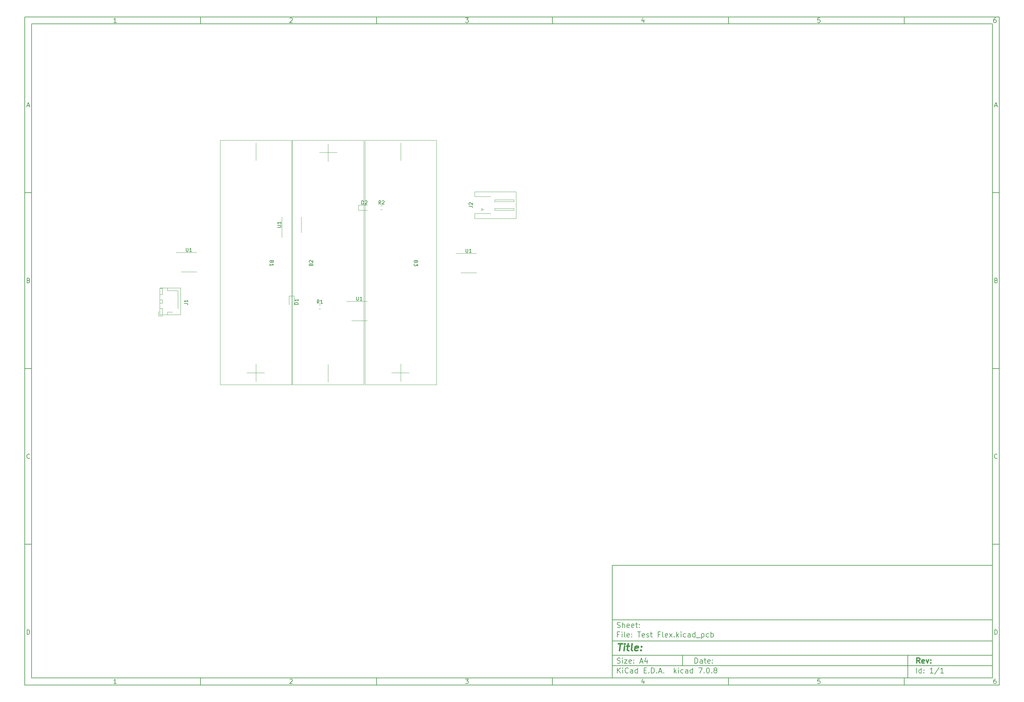
<source format=gbr>
%TF.GenerationSoftware,KiCad,Pcbnew,7.0.8*%
%TF.CreationDate,2023-11-08T15:44:53-05:00*%
%TF.ProjectId,Test Flex,54657374-2046-46c6-9578-2e6b69636164,rev?*%
%TF.SameCoordinates,Original*%
%TF.FileFunction,Legend,Top*%
%TF.FilePolarity,Positive*%
%FSLAX46Y46*%
G04 Gerber Fmt 4.6, Leading zero omitted, Abs format (unit mm)*
G04 Created by KiCad (PCBNEW 7.0.8) date 2023-11-08 15:44:53*
%MOMM*%
%LPD*%
G01*
G04 APERTURE LIST*
%ADD10C,0.100000*%
%ADD11C,0.150000*%
%ADD12C,0.300000*%
%ADD13C,0.400000*%
%ADD14C,0.120000*%
G04 APERTURE END LIST*
D10*
D11*
X177002200Y-166007200D02*
X285002200Y-166007200D01*
X285002200Y-198007200D01*
X177002200Y-198007200D01*
X177002200Y-166007200D01*
D10*
D11*
X10000000Y-10000000D02*
X287002200Y-10000000D01*
X287002200Y-200007200D01*
X10000000Y-200007200D01*
X10000000Y-10000000D01*
D10*
D11*
X12000000Y-12000000D02*
X285002200Y-12000000D01*
X285002200Y-198007200D01*
X12000000Y-198007200D01*
X12000000Y-12000000D01*
D10*
D11*
X60000000Y-12000000D02*
X60000000Y-10000000D01*
D10*
D11*
X110000000Y-12000000D02*
X110000000Y-10000000D01*
D10*
D11*
X160000000Y-12000000D02*
X160000000Y-10000000D01*
D10*
D11*
X210000000Y-12000000D02*
X210000000Y-10000000D01*
D10*
D11*
X260000000Y-12000000D02*
X260000000Y-10000000D01*
D10*
D11*
X36089160Y-11593604D02*
X35346303Y-11593604D01*
X35717731Y-11593604D02*
X35717731Y-10293604D01*
X35717731Y-10293604D02*
X35593922Y-10479319D01*
X35593922Y-10479319D02*
X35470112Y-10603128D01*
X35470112Y-10603128D02*
X35346303Y-10665033D01*
D10*
D11*
X85346303Y-10417414D02*
X85408207Y-10355509D01*
X85408207Y-10355509D02*
X85532017Y-10293604D01*
X85532017Y-10293604D02*
X85841541Y-10293604D01*
X85841541Y-10293604D02*
X85965350Y-10355509D01*
X85965350Y-10355509D02*
X86027255Y-10417414D01*
X86027255Y-10417414D02*
X86089160Y-10541223D01*
X86089160Y-10541223D02*
X86089160Y-10665033D01*
X86089160Y-10665033D02*
X86027255Y-10850747D01*
X86027255Y-10850747D02*
X85284398Y-11593604D01*
X85284398Y-11593604D02*
X86089160Y-11593604D01*
D10*
D11*
X135284398Y-10293604D02*
X136089160Y-10293604D01*
X136089160Y-10293604D02*
X135655826Y-10788842D01*
X135655826Y-10788842D02*
X135841541Y-10788842D01*
X135841541Y-10788842D02*
X135965350Y-10850747D01*
X135965350Y-10850747D02*
X136027255Y-10912652D01*
X136027255Y-10912652D02*
X136089160Y-11036461D01*
X136089160Y-11036461D02*
X136089160Y-11345985D01*
X136089160Y-11345985D02*
X136027255Y-11469795D01*
X136027255Y-11469795D02*
X135965350Y-11531700D01*
X135965350Y-11531700D02*
X135841541Y-11593604D01*
X135841541Y-11593604D02*
X135470112Y-11593604D01*
X135470112Y-11593604D02*
X135346303Y-11531700D01*
X135346303Y-11531700D02*
X135284398Y-11469795D01*
D10*
D11*
X185965350Y-10726938D02*
X185965350Y-11593604D01*
X185655826Y-10231700D02*
X185346303Y-11160271D01*
X185346303Y-11160271D02*
X186151064Y-11160271D01*
D10*
D11*
X236027255Y-10293604D02*
X235408207Y-10293604D01*
X235408207Y-10293604D02*
X235346303Y-10912652D01*
X235346303Y-10912652D02*
X235408207Y-10850747D01*
X235408207Y-10850747D02*
X235532017Y-10788842D01*
X235532017Y-10788842D02*
X235841541Y-10788842D01*
X235841541Y-10788842D02*
X235965350Y-10850747D01*
X235965350Y-10850747D02*
X236027255Y-10912652D01*
X236027255Y-10912652D02*
X236089160Y-11036461D01*
X236089160Y-11036461D02*
X236089160Y-11345985D01*
X236089160Y-11345985D02*
X236027255Y-11469795D01*
X236027255Y-11469795D02*
X235965350Y-11531700D01*
X235965350Y-11531700D02*
X235841541Y-11593604D01*
X235841541Y-11593604D02*
X235532017Y-11593604D01*
X235532017Y-11593604D02*
X235408207Y-11531700D01*
X235408207Y-11531700D02*
X235346303Y-11469795D01*
D10*
D11*
X285965350Y-10293604D02*
X285717731Y-10293604D01*
X285717731Y-10293604D02*
X285593922Y-10355509D01*
X285593922Y-10355509D02*
X285532017Y-10417414D01*
X285532017Y-10417414D02*
X285408207Y-10603128D01*
X285408207Y-10603128D02*
X285346303Y-10850747D01*
X285346303Y-10850747D02*
X285346303Y-11345985D01*
X285346303Y-11345985D02*
X285408207Y-11469795D01*
X285408207Y-11469795D02*
X285470112Y-11531700D01*
X285470112Y-11531700D02*
X285593922Y-11593604D01*
X285593922Y-11593604D02*
X285841541Y-11593604D01*
X285841541Y-11593604D02*
X285965350Y-11531700D01*
X285965350Y-11531700D02*
X286027255Y-11469795D01*
X286027255Y-11469795D02*
X286089160Y-11345985D01*
X286089160Y-11345985D02*
X286089160Y-11036461D01*
X286089160Y-11036461D02*
X286027255Y-10912652D01*
X286027255Y-10912652D02*
X285965350Y-10850747D01*
X285965350Y-10850747D02*
X285841541Y-10788842D01*
X285841541Y-10788842D02*
X285593922Y-10788842D01*
X285593922Y-10788842D02*
X285470112Y-10850747D01*
X285470112Y-10850747D02*
X285408207Y-10912652D01*
X285408207Y-10912652D02*
X285346303Y-11036461D01*
D10*
D11*
X60000000Y-198007200D02*
X60000000Y-200007200D01*
D10*
D11*
X110000000Y-198007200D02*
X110000000Y-200007200D01*
D10*
D11*
X160000000Y-198007200D02*
X160000000Y-200007200D01*
D10*
D11*
X210000000Y-198007200D02*
X210000000Y-200007200D01*
D10*
D11*
X260000000Y-198007200D02*
X260000000Y-200007200D01*
D10*
D11*
X36089160Y-199600804D02*
X35346303Y-199600804D01*
X35717731Y-199600804D02*
X35717731Y-198300804D01*
X35717731Y-198300804D02*
X35593922Y-198486519D01*
X35593922Y-198486519D02*
X35470112Y-198610328D01*
X35470112Y-198610328D02*
X35346303Y-198672233D01*
D10*
D11*
X85346303Y-198424614D02*
X85408207Y-198362709D01*
X85408207Y-198362709D02*
X85532017Y-198300804D01*
X85532017Y-198300804D02*
X85841541Y-198300804D01*
X85841541Y-198300804D02*
X85965350Y-198362709D01*
X85965350Y-198362709D02*
X86027255Y-198424614D01*
X86027255Y-198424614D02*
X86089160Y-198548423D01*
X86089160Y-198548423D02*
X86089160Y-198672233D01*
X86089160Y-198672233D02*
X86027255Y-198857947D01*
X86027255Y-198857947D02*
X85284398Y-199600804D01*
X85284398Y-199600804D02*
X86089160Y-199600804D01*
D10*
D11*
X135284398Y-198300804D02*
X136089160Y-198300804D01*
X136089160Y-198300804D02*
X135655826Y-198796042D01*
X135655826Y-198796042D02*
X135841541Y-198796042D01*
X135841541Y-198796042D02*
X135965350Y-198857947D01*
X135965350Y-198857947D02*
X136027255Y-198919852D01*
X136027255Y-198919852D02*
X136089160Y-199043661D01*
X136089160Y-199043661D02*
X136089160Y-199353185D01*
X136089160Y-199353185D02*
X136027255Y-199476995D01*
X136027255Y-199476995D02*
X135965350Y-199538900D01*
X135965350Y-199538900D02*
X135841541Y-199600804D01*
X135841541Y-199600804D02*
X135470112Y-199600804D01*
X135470112Y-199600804D02*
X135346303Y-199538900D01*
X135346303Y-199538900D02*
X135284398Y-199476995D01*
D10*
D11*
X185965350Y-198734138D02*
X185965350Y-199600804D01*
X185655826Y-198238900D02*
X185346303Y-199167471D01*
X185346303Y-199167471D02*
X186151064Y-199167471D01*
D10*
D11*
X236027255Y-198300804D02*
X235408207Y-198300804D01*
X235408207Y-198300804D02*
X235346303Y-198919852D01*
X235346303Y-198919852D02*
X235408207Y-198857947D01*
X235408207Y-198857947D02*
X235532017Y-198796042D01*
X235532017Y-198796042D02*
X235841541Y-198796042D01*
X235841541Y-198796042D02*
X235965350Y-198857947D01*
X235965350Y-198857947D02*
X236027255Y-198919852D01*
X236027255Y-198919852D02*
X236089160Y-199043661D01*
X236089160Y-199043661D02*
X236089160Y-199353185D01*
X236089160Y-199353185D02*
X236027255Y-199476995D01*
X236027255Y-199476995D02*
X235965350Y-199538900D01*
X235965350Y-199538900D02*
X235841541Y-199600804D01*
X235841541Y-199600804D02*
X235532017Y-199600804D01*
X235532017Y-199600804D02*
X235408207Y-199538900D01*
X235408207Y-199538900D02*
X235346303Y-199476995D01*
D10*
D11*
X285965350Y-198300804D02*
X285717731Y-198300804D01*
X285717731Y-198300804D02*
X285593922Y-198362709D01*
X285593922Y-198362709D02*
X285532017Y-198424614D01*
X285532017Y-198424614D02*
X285408207Y-198610328D01*
X285408207Y-198610328D02*
X285346303Y-198857947D01*
X285346303Y-198857947D02*
X285346303Y-199353185D01*
X285346303Y-199353185D02*
X285408207Y-199476995D01*
X285408207Y-199476995D02*
X285470112Y-199538900D01*
X285470112Y-199538900D02*
X285593922Y-199600804D01*
X285593922Y-199600804D02*
X285841541Y-199600804D01*
X285841541Y-199600804D02*
X285965350Y-199538900D01*
X285965350Y-199538900D02*
X286027255Y-199476995D01*
X286027255Y-199476995D02*
X286089160Y-199353185D01*
X286089160Y-199353185D02*
X286089160Y-199043661D01*
X286089160Y-199043661D02*
X286027255Y-198919852D01*
X286027255Y-198919852D02*
X285965350Y-198857947D01*
X285965350Y-198857947D02*
X285841541Y-198796042D01*
X285841541Y-198796042D02*
X285593922Y-198796042D01*
X285593922Y-198796042D02*
X285470112Y-198857947D01*
X285470112Y-198857947D02*
X285408207Y-198919852D01*
X285408207Y-198919852D02*
X285346303Y-199043661D01*
D10*
D11*
X10000000Y-60000000D02*
X12000000Y-60000000D01*
D10*
D11*
X10000000Y-110000000D02*
X12000000Y-110000000D01*
D10*
D11*
X10000000Y-160000000D02*
X12000000Y-160000000D01*
D10*
D11*
X10690476Y-35222176D02*
X11309523Y-35222176D01*
X10566666Y-35593604D02*
X10999999Y-34293604D01*
X10999999Y-34293604D02*
X11433333Y-35593604D01*
D10*
D11*
X11092857Y-84912652D02*
X11278571Y-84974557D01*
X11278571Y-84974557D02*
X11340476Y-85036461D01*
X11340476Y-85036461D02*
X11402380Y-85160271D01*
X11402380Y-85160271D02*
X11402380Y-85345985D01*
X11402380Y-85345985D02*
X11340476Y-85469795D01*
X11340476Y-85469795D02*
X11278571Y-85531700D01*
X11278571Y-85531700D02*
X11154761Y-85593604D01*
X11154761Y-85593604D02*
X10659523Y-85593604D01*
X10659523Y-85593604D02*
X10659523Y-84293604D01*
X10659523Y-84293604D02*
X11092857Y-84293604D01*
X11092857Y-84293604D02*
X11216666Y-84355509D01*
X11216666Y-84355509D02*
X11278571Y-84417414D01*
X11278571Y-84417414D02*
X11340476Y-84541223D01*
X11340476Y-84541223D02*
X11340476Y-84665033D01*
X11340476Y-84665033D02*
X11278571Y-84788842D01*
X11278571Y-84788842D02*
X11216666Y-84850747D01*
X11216666Y-84850747D02*
X11092857Y-84912652D01*
X11092857Y-84912652D02*
X10659523Y-84912652D01*
D10*
D11*
X11402380Y-135469795D02*
X11340476Y-135531700D01*
X11340476Y-135531700D02*
X11154761Y-135593604D01*
X11154761Y-135593604D02*
X11030952Y-135593604D01*
X11030952Y-135593604D02*
X10845238Y-135531700D01*
X10845238Y-135531700D02*
X10721428Y-135407890D01*
X10721428Y-135407890D02*
X10659523Y-135284080D01*
X10659523Y-135284080D02*
X10597619Y-135036461D01*
X10597619Y-135036461D02*
X10597619Y-134850747D01*
X10597619Y-134850747D02*
X10659523Y-134603128D01*
X10659523Y-134603128D02*
X10721428Y-134479319D01*
X10721428Y-134479319D02*
X10845238Y-134355509D01*
X10845238Y-134355509D02*
X11030952Y-134293604D01*
X11030952Y-134293604D02*
X11154761Y-134293604D01*
X11154761Y-134293604D02*
X11340476Y-134355509D01*
X11340476Y-134355509D02*
X11402380Y-134417414D01*
D10*
D11*
X10659523Y-185593604D02*
X10659523Y-184293604D01*
X10659523Y-184293604D02*
X10969047Y-184293604D01*
X10969047Y-184293604D02*
X11154761Y-184355509D01*
X11154761Y-184355509D02*
X11278571Y-184479319D01*
X11278571Y-184479319D02*
X11340476Y-184603128D01*
X11340476Y-184603128D02*
X11402380Y-184850747D01*
X11402380Y-184850747D02*
X11402380Y-185036461D01*
X11402380Y-185036461D02*
X11340476Y-185284080D01*
X11340476Y-185284080D02*
X11278571Y-185407890D01*
X11278571Y-185407890D02*
X11154761Y-185531700D01*
X11154761Y-185531700D02*
X10969047Y-185593604D01*
X10969047Y-185593604D02*
X10659523Y-185593604D01*
D10*
D11*
X287002200Y-60000000D02*
X285002200Y-60000000D01*
D10*
D11*
X287002200Y-110000000D02*
X285002200Y-110000000D01*
D10*
D11*
X287002200Y-160000000D02*
X285002200Y-160000000D01*
D10*
D11*
X285692676Y-35222176D02*
X286311723Y-35222176D01*
X285568866Y-35593604D02*
X286002199Y-34293604D01*
X286002199Y-34293604D02*
X286435533Y-35593604D01*
D10*
D11*
X286095057Y-84912652D02*
X286280771Y-84974557D01*
X286280771Y-84974557D02*
X286342676Y-85036461D01*
X286342676Y-85036461D02*
X286404580Y-85160271D01*
X286404580Y-85160271D02*
X286404580Y-85345985D01*
X286404580Y-85345985D02*
X286342676Y-85469795D01*
X286342676Y-85469795D02*
X286280771Y-85531700D01*
X286280771Y-85531700D02*
X286156961Y-85593604D01*
X286156961Y-85593604D02*
X285661723Y-85593604D01*
X285661723Y-85593604D02*
X285661723Y-84293604D01*
X285661723Y-84293604D02*
X286095057Y-84293604D01*
X286095057Y-84293604D02*
X286218866Y-84355509D01*
X286218866Y-84355509D02*
X286280771Y-84417414D01*
X286280771Y-84417414D02*
X286342676Y-84541223D01*
X286342676Y-84541223D02*
X286342676Y-84665033D01*
X286342676Y-84665033D02*
X286280771Y-84788842D01*
X286280771Y-84788842D02*
X286218866Y-84850747D01*
X286218866Y-84850747D02*
X286095057Y-84912652D01*
X286095057Y-84912652D02*
X285661723Y-84912652D01*
D10*
D11*
X286404580Y-135469795D02*
X286342676Y-135531700D01*
X286342676Y-135531700D02*
X286156961Y-135593604D01*
X286156961Y-135593604D02*
X286033152Y-135593604D01*
X286033152Y-135593604D02*
X285847438Y-135531700D01*
X285847438Y-135531700D02*
X285723628Y-135407890D01*
X285723628Y-135407890D02*
X285661723Y-135284080D01*
X285661723Y-135284080D02*
X285599819Y-135036461D01*
X285599819Y-135036461D02*
X285599819Y-134850747D01*
X285599819Y-134850747D02*
X285661723Y-134603128D01*
X285661723Y-134603128D02*
X285723628Y-134479319D01*
X285723628Y-134479319D02*
X285847438Y-134355509D01*
X285847438Y-134355509D02*
X286033152Y-134293604D01*
X286033152Y-134293604D02*
X286156961Y-134293604D01*
X286156961Y-134293604D02*
X286342676Y-134355509D01*
X286342676Y-134355509D02*
X286404580Y-134417414D01*
D10*
D11*
X285661723Y-185593604D02*
X285661723Y-184293604D01*
X285661723Y-184293604D02*
X285971247Y-184293604D01*
X285971247Y-184293604D02*
X286156961Y-184355509D01*
X286156961Y-184355509D02*
X286280771Y-184479319D01*
X286280771Y-184479319D02*
X286342676Y-184603128D01*
X286342676Y-184603128D02*
X286404580Y-184850747D01*
X286404580Y-184850747D02*
X286404580Y-185036461D01*
X286404580Y-185036461D02*
X286342676Y-185284080D01*
X286342676Y-185284080D02*
X286280771Y-185407890D01*
X286280771Y-185407890D02*
X286156961Y-185531700D01*
X286156961Y-185531700D02*
X285971247Y-185593604D01*
X285971247Y-185593604D02*
X285661723Y-185593604D01*
D10*
D11*
X200458026Y-193793328D02*
X200458026Y-192293328D01*
X200458026Y-192293328D02*
X200815169Y-192293328D01*
X200815169Y-192293328D02*
X201029455Y-192364757D01*
X201029455Y-192364757D02*
X201172312Y-192507614D01*
X201172312Y-192507614D02*
X201243741Y-192650471D01*
X201243741Y-192650471D02*
X201315169Y-192936185D01*
X201315169Y-192936185D02*
X201315169Y-193150471D01*
X201315169Y-193150471D02*
X201243741Y-193436185D01*
X201243741Y-193436185D02*
X201172312Y-193579042D01*
X201172312Y-193579042D02*
X201029455Y-193721900D01*
X201029455Y-193721900D02*
X200815169Y-193793328D01*
X200815169Y-193793328D02*
X200458026Y-193793328D01*
X202600884Y-193793328D02*
X202600884Y-193007614D01*
X202600884Y-193007614D02*
X202529455Y-192864757D01*
X202529455Y-192864757D02*
X202386598Y-192793328D01*
X202386598Y-192793328D02*
X202100884Y-192793328D01*
X202100884Y-192793328D02*
X201958026Y-192864757D01*
X202600884Y-193721900D02*
X202458026Y-193793328D01*
X202458026Y-193793328D02*
X202100884Y-193793328D01*
X202100884Y-193793328D02*
X201958026Y-193721900D01*
X201958026Y-193721900D02*
X201886598Y-193579042D01*
X201886598Y-193579042D02*
X201886598Y-193436185D01*
X201886598Y-193436185D02*
X201958026Y-193293328D01*
X201958026Y-193293328D02*
X202100884Y-193221900D01*
X202100884Y-193221900D02*
X202458026Y-193221900D01*
X202458026Y-193221900D02*
X202600884Y-193150471D01*
X203100884Y-192793328D02*
X203672312Y-192793328D01*
X203315169Y-192293328D02*
X203315169Y-193579042D01*
X203315169Y-193579042D02*
X203386598Y-193721900D01*
X203386598Y-193721900D02*
X203529455Y-193793328D01*
X203529455Y-193793328D02*
X203672312Y-193793328D01*
X204743741Y-193721900D02*
X204600884Y-193793328D01*
X204600884Y-193793328D02*
X204315170Y-193793328D01*
X204315170Y-193793328D02*
X204172312Y-193721900D01*
X204172312Y-193721900D02*
X204100884Y-193579042D01*
X204100884Y-193579042D02*
X204100884Y-193007614D01*
X204100884Y-193007614D02*
X204172312Y-192864757D01*
X204172312Y-192864757D02*
X204315170Y-192793328D01*
X204315170Y-192793328D02*
X204600884Y-192793328D01*
X204600884Y-192793328D02*
X204743741Y-192864757D01*
X204743741Y-192864757D02*
X204815170Y-193007614D01*
X204815170Y-193007614D02*
X204815170Y-193150471D01*
X204815170Y-193150471D02*
X204100884Y-193293328D01*
X205458026Y-193650471D02*
X205529455Y-193721900D01*
X205529455Y-193721900D02*
X205458026Y-193793328D01*
X205458026Y-193793328D02*
X205386598Y-193721900D01*
X205386598Y-193721900D02*
X205458026Y-193650471D01*
X205458026Y-193650471D02*
X205458026Y-193793328D01*
X205458026Y-192864757D02*
X205529455Y-192936185D01*
X205529455Y-192936185D02*
X205458026Y-193007614D01*
X205458026Y-193007614D02*
X205386598Y-192936185D01*
X205386598Y-192936185D02*
X205458026Y-192864757D01*
X205458026Y-192864757D02*
X205458026Y-193007614D01*
D10*
D11*
X177002200Y-194507200D02*
X285002200Y-194507200D01*
D10*
D11*
X178458026Y-196593328D02*
X178458026Y-195093328D01*
X179315169Y-196593328D02*
X178672312Y-195736185D01*
X179315169Y-195093328D02*
X178458026Y-195950471D01*
X179958026Y-196593328D02*
X179958026Y-195593328D01*
X179958026Y-195093328D02*
X179886598Y-195164757D01*
X179886598Y-195164757D02*
X179958026Y-195236185D01*
X179958026Y-195236185D02*
X180029455Y-195164757D01*
X180029455Y-195164757D02*
X179958026Y-195093328D01*
X179958026Y-195093328D02*
X179958026Y-195236185D01*
X181529455Y-196450471D02*
X181458027Y-196521900D01*
X181458027Y-196521900D02*
X181243741Y-196593328D01*
X181243741Y-196593328D02*
X181100884Y-196593328D01*
X181100884Y-196593328D02*
X180886598Y-196521900D01*
X180886598Y-196521900D02*
X180743741Y-196379042D01*
X180743741Y-196379042D02*
X180672312Y-196236185D01*
X180672312Y-196236185D02*
X180600884Y-195950471D01*
X180600884Y-195950471D02*
X180600884Y-195736185D01*
X180600884Y-195736185D02*
X180672312Y-195450471D01*
X180672312Y-195450471D02*
X180743741Y-195307614D01*
X180743741Y-195307614D02*
X180886598Y-195164757D01*
X180886598Y-195164757D02*
X181100884Y-195093328D01*
X181100884Y-195093328D02*
X181243741Y-195093328D01*
X181243741Y-195093328D02*
X181458027Y-195164757D01*
X181458027Y-195164757D02*
X181529455Y-195236185D01*
X182815170Y-196593328D02*
X182815170Y-195807614D01*
X182815170Y-195807614D02*
X182743741Y-195664757D01*
X182743741Y-195664757D02*
X182600884Y-195593328D01*
X182600884Y-195593328D02*
X182315170Y-195593328D01*
X182315170Y-195593328D02*
X182172312Y-195664757D01*
X182815170Y-196521900D02*
X182672312Y-196593328D01*
X182672312Y-196593328D02*
X182315170Y-196593328D01*
X182315170Y-196593328D02*
X182172312Y-196521900D01*
X182172312Y-196521900D02*
X182100884Y-196379042D01*
X182100884Y-196379042D02*
X182100884Y-196236185D01*
X182100884Y-196236185D02*
X182172312Y-196093328D01*
X182172312Y-196093328D02*
X182315170Y-196021900D01*
X182315170Y-196021900D02*
X182672312Y-196021900D01*
X182672312Y-196021900D02*
X182815170Y-195950471D01*
X184172313Y-196593328D02*
X184172313Y-195093328D01*
X184172313Y-196521900D02*
X184029455Y-196593328D01*
X184029455Y-196593328D02*
X183743741Y-196593328D01*
X183743741Y-196593328D02*
X183600884Y-196521900D01*
X183600884Y-196521900D02*
X183529455Y-196450471D01*
X183529455Y-196450471D02*
X183458027Y-196307614D01*
X183458027Y-196307614D02*
X183458027Y-195879042D01*
X183458027Y-195879042D02*
X183529455Y-195736185D01*
X183529455Y-195736185D02*
X183600884Y-195664757D01*
X183600884Y-195664757D02*
X183743741Y-195593328D01*
X183743741Y-195593328D02*
X184029455Y-195593328D01*
X184029455Y-195593328D02*
X184172313Y-195664757D01*
X186029455Y-195807614D02*
X186529455Y-195807614D01*
X186743741Y-196593328D02*
X186029455Y-196593328D01*
X186029455Y-196593328D02*
X186029455Y-195093328D01*
X186029455Y-195093328D02*
X186743741Y-195093328D01*
X187386598Y-196450471D02*
X187458027Y-196521900D01*
X187458027Y-196521900D02*
X187386598Y-196593328D01*
X187386598Y-196593328D02*
X187315170Y-196521900D01*
X187315170Y-196521900D02*
X187386598Y-196450471D01*
X187386598Y-196450471D02*
X187386598Y-196593328D01*
X188100884Y-196593328D02*
X188100884Y-195093328D01*
X188100884Y-195093328D02*
X188458027Y-195093328D01*
X188458027Y-195093328D02*
X188672313Y-195164757D01*
X188672313Y-195164757D02*
X188815170Y-195307614D01*
X188815170Y-195307614D02*
X188886599Y-195450471D01*
X188886599Y-195450471D02*
X188958027Y-195736185D01*
X188958027Y-195736185D02*
X188958027Y-195950471D01*
X188958027Y-195950471D02*
X188886599Y-196236185D01*
X188886599Y-196236185D02*
X188815170Y-196379042D01*
X188815170Y-196379042D02*
X188672313Y-196521900D01*
X188672313Y-196521900D02*
X188458027Y-196593328D01*
X188458027Y-196593328D02*
X188100884Y-196593328D01*
X189600884Y-196450471D02*
X189672313Y-196521900D01*
X189672313Y-196521900D02*
X189600884Y-196593328D01*
X189600884Y-196593328D02*
X189529456Y-196521900D01*
X189529456Y-196521900D02*
X189600884Y-196450471D01*
X189600884Y-196450471D02*
X189600884Y-196593328D01*
X190243742Y-196164757D02*
X190958028Y-196164757D01*
X190100885Y-196593328D02*
X190600885Y-195093328D01*
X190600885Y-195093328D02*
X191100885Y-196593328D01*
X191600884Y-196450471D02*
X191672313Y-196521900D01*
X191672313Y-196521900D02*
X191600884Y-196593328D01*
X191600884Y-196593328D02*
X191529456Y-196521900D01*
X191529456Y-196521900D02*
X191600884Y-196450471D01*
X191600884Y-196450471D02*
X191600884Y-196593328D01*
X194600884Y-196593328D02*
X194600884Y-195093328D01*
X194743742Y-196021900D02*
X195172313Y-196593328D01*
X195172313Y-195593328D02*
X194600884Y-196164757D01*
X195815170Y-196593328D02*
X195815170Y-195593328D01*
X195815170Y-195093328D02*
X195743742Y-195164757D01*
X195743742Y-195164757D02*
X195815170Y-195236185D01*
X195815170Y-195236185D02*
X195886599Y-195164757D01*
X195886599Y-195164757D02*
X195815170Y-195093328D01*
X195815170Y-195093328D02*
X195815170Y-195236185D01*
X197172314Y-196521900D02*
X197029456Y-196593328D01*
X197029456Y-196593328D02*
X196743742Y-196593328D01*
X196743742Y-196593328D02*
X196600885Y-196521900D01*
X196600885Y-196521900D02*
X196529456Y-196450471D01*
X196529456Y-196450471D02*
X196458028Y-196307614D01*
X196458028Y-196307614D02*
X196458028Y-195879042D01*
X196458028Y-195879042D02*
X196529456Y-195736185D01*
X196529456Y-195736185D02*
X196600885Y-195664757D01*
X196600885Y-195664757D02*
X196743742Y-195593328D01*
X196743742Y-195593328D02*
X197029456Y-195593328D01*
X197029456Y-195593328D02*
X197172314Y-195664757D01*
X198458028Y-196593328D02*
X198458028Y-195807614D01*
X198458028Y-195807614D02*
X198386599Y-195664757D01*
X198386599Y-195664757D02*
X198243742Y-195593328D01*
X198243742Y-195593328D02*
X197958028Y-195593328D01*
X197958028Y-195593328D02*
X197815170Y-195664757D01*
X198458028Y-196521900D02*
X198315170Y-196593328D01*
X198315170Y-196593328D02*
X197958028Y-196593328D01*
X197958028Y-196593328D02*
X197815170Y-196521900D01*
X197815170Y-196521900D02*
X197743742Y-196379042D01*
X197743742Y-196379042D02*
X197743742Y-196236185D01*
X197743742Y-196236185D02*
X197815170Y-196093328D01*
X197815170Y-196093328D02*
X197958028Y-196021900D01*
X197958028Y-196021900D02*
X198315170Y-196021900D01*
X198315170Y-196021900D02*
X198458028Y-195950471D01*
X199815171Y-196593328D02*
X199815171Y-195093328D01*
X199815171Y-196521900D02*
X199672313Y-196593328D01*
X199672313Y-196593328D02*
X199386599Y-196593328D01*
X199386599Y-196593328D02*
X199243742Y-196521900D01*
X199243742Y-196521900D02*
X199172313Y-196450471D01*
X199172313Y-196450471D02*
X199100885Y-196307614D01*
X199100885Y-196307614D02*
X199100885Y-195879042D01*
X199100885Y-195879042D02*
X199172313Y-195736185D01*
X199172313Y-195736185D02*
X199243742Y-195664757D01*
X199243742Y-195664757D02*
X199386599Y-195593328D01*
X199386599Y-195593328D02*
X199672313Y-195593328D01*
X199672313Y-195593328D02*
X199815171Y-195664757D01*
X201529456Y-195093328D02*
X202529456Y-195093328D01*
X202529456Y-195093328D02*
X201886599Y-196593328D01*
X203100884Y-196450471D02*
X203172313Y-196521900D01*
X203172313Y-196521900D02*
X203100884Y-196593328D01*
X203100884Y-196593328D02*
X203029456Y-196521900D01*
X203029456Y-196521900D02*
X203100884Y-196450471D01*
X203100884Y-196450471D02*
X203100884Y-196593328D01*
X204100885Y-195093328D02*
X204243742Y-195093328D01*
X204243742Y-195093328D02*
X204386599Y-195164757D01*
X204386599Y-195164757D02*
X204458028Y-195236185D01*
X204458028Y-195236185D02*
X204529456Y-195379042D01*
X204529456Y-195379042D02*
X204600885Y-195664757D01*
X204600885Y-195664757D02*
X204600885Y-196021900D01*
X204600885Y-196021900D02*
X204529456Y-196307614D01*
X204529456Y-196307614D02*
X204458028Y-196450471D01*
X204458028Y-196450471D02*
X204386599Y-196521900D01*
X204386599Y-196521900D02*
X204243742Y-196593328D01*
X204243742Y-196593328D02*
X204100885Y-196593328D01*
X204100885Y-196593328D02*
X203958028Y-196521900D01*
X203958028Y-196521900D02*
X203886599Y-196450471D01*
X203886599Y-196450471D02*
X203815170Y-196307614D01*
X203815170Y-196307614D02*
X203743742Y-196021900D01*
X203743742Y-196021900D02*
X203743742Y-195664757D01*
X203743742Y-195664757D02*
X203815170Y-195379042D01*
X203815170Y-195379042D02*
X203886599Y-195236185D01*
X203886599Y-195236185D02*
X203958028Y-195164757D01*
X203958028Y-195164757D02*
X204100885Y-195093328D01*
X205243741Y-196450471D02*
X205315170Y-196521900D01*
X205315170Y-196521900D02*
X205243741Y-196593328D01*
X205243741Y-196593328D02*
X205172313Y-196521900D01*
X205172313Y-196521900D02*
X205243741Y-196450471D01*
X205243741Y-196450471D02*
X205243741Y-196593328D01*
X206172313Y-195736185D02*
X206029456Y-195664757D01*
X206029456Y-195664757D02*
X205958027Y-195593328D01*
X205958027Y-195593328D02*
X205886599Y-195450471D01*
X205886599Y-195450471D02*
X205886599Y-195379042D01*
X205886599Y-195379042D02*
X205958027Y-195236185D01*
X205958027Y-195236185D02*
X206029456Y-195164757D01*
X206029456Y-195164757D02*
X206172313Y-195093328D01*
X206172313Y-195093328D02*
X206458027Y-195093328D01*
X206458027Y-195093328D02*
X206600885Y-195164757D01*
X206600885Y-195164757D02*
X206672313Y-195236185D01*
X206672313Y-195236185D02*
X206743742Y-195379042D01*
X206743742Y-195379042D02*
X206743742Y-195450471D01*
X206743742Y-195450471D02*
X206672313Y-195593328D01*
X206672313Y-195593328D02*
X206600885Y-195664757D01*
X206600885Y-195664757D02*
X206458027Y-195736185D01*
X206458027Y-195736185D02*
X206172313Y-195736185D01*
X206172313Y-195736185D02*
X206029456Y-195807614D01*
X206029456Y-195807614D02*
X205958027Y-195879042D01*
X205958027Y-195879042D02*
X205886599Y-196021900D01*
X205886599Y-196021900D02*
X205886599Y-196307614D01*
X205886599Y-196307614D02*
X205958027Y-196450471D01*
X205958027Y-196450471D02*
X206029456Y-196521900D01*
X206029456Y-196521900D02*
X206172313Y-196593328D01*
X206172313Y-196593328D02*
X206458027Y-196593328D01*
X206458027Y-196593328D02*
X206600885Y-196521900D01*
X206600885Y-196521900D02*
X206672313Y-196450471D01*
X206672313Y-196450471D02*
X206743742Y-196307614D01*
X206743742Y-196307614D02*
X206743742Y-196021900D01*
X206743742Y-196021900D02*
X206672313Y-195879042D01*
X206672313Y-195879042D02*
X206600885Y-195807614D01*
X206600885Y-195807614D02*
X206458027Y-195736185D01*
D10*
D11*
X177002200Y-191507200D02*
X285002200Y-191507200D01*
D10*
D12*
X264413853Y-193785528D02*
X263913853Y-193071242D01*
X263556710Y-193785528D02*
X263556710Y-192285528D01*
X263556710Y-192285528D02*
X264128139Y-192285528D01*
X264128139Y-192285528D02*
X264270996Y-192356957D01*
X264270996Y-192356957D02*
X264342425Y-192428385D01*
X264342425Y-192428385D02*
X264413853Y-192571242D01*
X264413853Y-192571242D02*
X264413853Y-192785528D01*
X264413853Y-192785528D02*
X264342425Y-192928385D01*
X264342425Y-192928385D02*
X264270996Y-192999814D01*
X264270996Y-192999814D02*
X264128139Y-193071242D01*
X264128139Y-193071242D02*
X263556710Y-193071242D01*
X265628139Y-193714100D02*
X265485282Y-193785528D01*
X265485282Y-193785528D02*
X265199568Y-193785528D01*
X265199568Y-193785528D02*
X265056710Y-193714100D01*
X265056710Y-193714100D02*
X264985282Y-193571242D01*
X264985282Y-193571242D02*
X264985282Y-192999814D01*
X264985282Y-192999814D02*
X265056710Y-192856957D01*
X265056710Y-192856957D02*
X265199568Y-192785528D01*
X265199568Y-192785528D02*
X265485282Y-192785528D01*
X265485282Y-192785528D02*
X265628139Y-192856957D01*
X265628139Y-192856957D02*
X265699568Y-192999814D01*
X265699568Y-192999814D02*
X265699568Y-193142671D01*
X265699568Y-193142671D02*
X264985282Y-193285528D01*
X266199567Y-192785528D02*
X266556710Y-193785528D01*
X266556710Y-193785528D02*
X266913853Y-192785528D01*
X267485281Y-193642671D02*
X267556710Y-193714100D01*
X267556710Y-193714100D02*
X267485281Y-193785528D01*
X267485281Y-193785528D02*
X267413853Y-193714100D01*
X267413853Y-193714100D02*
X267485281Y-193642671D01*
X267485281Y-193642671D02*
X267485281Y-193785528D01*
X267485281Y-192856957D02*
X267556710Y-192928385D01*
X267556710Y-192928385D02*
X267485281Y-192999814D01*
X267485281Y-192999814D02*
X267413853Y-192928385D01*
X267413853Y-192928385D02*
X267485281Y-192856957D01*
X267485281Y-192856957D02*
X267485281Y-192999814D01*
D10*
D11*
X178386598Y-193721900D02*
X178600884Y-193793328D01*
X178600884Y-193793328D02*
X178958026Y-193793328D01*
X178958026Y-193793328D02*
X179100884Y-193721900D01*
X179100884Y-193721900D02*
X179172312Y-193650471D01*
X179172312Y-193650471D02*
X179243741Y-193507614D01*
X179243741Y-193507614D02*
X179243741Y-193364757D01*
X179243741Y-193364757D02*
X179172312Y-193221900D01*
X179172312Y-193221900D02*
X179100884Y-193150471D01*
X179100884Y-193150471D02*
X178958026Y-193079042D01*
X178958026Y-193079042D02*
X178672312Y-193007614D01*
X178672312Y-193007614D02*
X178529455Y-192936185D01*
X178529455Y-192936185D02*
X178458026Y-192864757D01*
X178458026Y-192864757D02*
X178386598Y-192721900D01*
X178386598Y-192721900D02*
X178386598Y-192579042D01*
X178386598Y-192579042D02*
X178458026Y-192436185D01*
X178458026Y-192436185D02*
X178529455Y-192364757D01*
X178529455Y-192364757D02*
X178672312Y-192293328D01*
X178672312Y-192293328D02*
X179029455Y-192293328D01*
X179029455Y-192293328D02*
X179243741Y-192364757D01*
X179886597Y-193793328D02*
X179886597Y-192793328D01*
X179886597Y-192293328D02*
X179815169Y-192364757D01*
X179815169Y-192364757D02*
X179886597Y-192436185D01*
X179886597Y-192436185D02*
X179958026Y-192364757D01*
X179958026Y-192364757D02*
X179886597Y-192293328D01*
X179886597Y-192293328D02*
X179886597Y-192436185D01*
X180458026Y-192793328D02*
X181243741Y-192793328D01*
X181243741Y-192793328D02*
X180458026Y-193793328D01*
X180458026Y-193793328D02*
X181243741Y-193793328D01*
X182386598Y-193721900D02*
X182243741Y-193793328D01*
X182243741Y-193793328D02*
X181958027Y-193793328D01*
X181958027Y-193793328D02*
X181815169Y-193721900D01*
X181815169Y-193721900D02*
X181743741Y-193579042D01*
X181743741Y-193579042D02*
X181743741Y-193007614D01*
X181743741Y-193007614D02*
X181815169Y-192864757D01*
X181815169Y-192864757D02*
X181958027Y-192793328D01*
X181958027Y-192793328D02*
X182243741Y-192793328D01*
X182243741Y-192793328D02*
X182386598Y-192864757D01*
X182386598Y-192864757D02*
X182458027Y-193007614D01*
X182458027Y-193007614D02*
X182458027Y-193150471D01*
X182458027Y-193150471D02*
X181743741Y-193293328D01*
X183100883Y-193650471D02*
X183172312Y-193721900D01*
X183172312Y-193721900D02*
X183100883Y-193793328D01*
X183100883Y-193793328D02*
X183029455Y-193721900D01*
X183029455Y-193721900D02*
X183100883Y-193650471D01*
X183100883Y-193650471D02*
X183100883Y-193793328D01*
X183100883Y-192864757D02*
X183172312Y-192936185D01*
X183172312Y-192936185D02*
X183100883Y-193007614D01*
X183100883Y-193007614D02*
X183029455Y-192936185D01*
X183029455Y-192936185D02*
X183100883Y-192864757D01*
X183100883Y-192864757D02*
X183100883Y-193007614D01*
X184886598Y-193364757D02*
X185600884Y-193364757D01*
X184743741Y-193793328D02*
X185243741Y-192293328D01*
X185243741Y-192293328D02*
X185743741Y-193793328D01*
X186886598Y-192793328D02*
X186886598Y-193793328D01*
X186529455Y-192221900D02*
X186172312Y-193293328D01*
X186172312Y-193293328D02*
X187100883Y-193293328D01*
D10*
D11*
X263458026Y-196593328D02*
X263458026Y-195093328D01*
X264815170Y-196593328D02*
X264815170Y-195093328D01*
X264815170Y-196521900D02*
X264672312Y-196593328D01*
X264672312Y-196593328D02*
X264386598Y-196593328D01*
X264386598Y-196593328D02*
X264243741Y-196521900D01*
X264243741Y-196521900D02*
X264172312Y-196450471D01*
X264172312Y-196450471D02*
X264100884Y-196307614D01*
X264100884Y-196307614D02*
X264100884Y-195879042D01*
X264100884Y-195879042D02*
X264172312Y-195736185D01*
X264172312Y-195736185D02*
X264243741Y-195664757D01*
X264243741Y-195664757D02*
X264386598Y-195593328D01*
X264386598Y-195593328D02*
X264672312Y-195593328D01*
X264672312Y-195593328D02*
X264815170Y-195664757D01*
X265529455Y-196450471D02*
X265600884Y-196521900D01*
X265600884Y-196521900D02*
X265529455Y-196593328D01*
X265529455Y-196593328D02*
X265458027Y-196521900D01*
X265458027Y-196521900D02*
X265529455Y-196450471D01*
X265529455Y-196450471D02*
X265529455Y-196593328D01*
X265529455Y-195664757D02*
X265600884Y-195736185D01*
X265600884Y-195736185D02*
X265529455Y-195807614D01*
X265529455Y-195807614D02*
X265458027Y-195736185D01*
X265458027Y-195736185D02*
X265529455Y-195664757D01*
X265529455Y-195664757D02*
X265529455Y-195807614D01*
X268172313Y-196593328D02*
X267315170Y-196593328D01*
X267743741Y-196593328D02*
X267743741Y-195093328D01*
X267743741Y-195093328D02*
X267600884Y-195307614D01*
X267600884Y-195307614D02*
X267458027Y-195450471D01*
X267458027Y-195450471D02*
X267315170Y-195521900D01*
X269886598Y-195021900D02*
X268600884Y-196950471D01*
X271172313Y-196593328D02*
X270315170Y-196593328D01*
X270743741Y-196593328D02*
X270743741Y-195093328D01*
X270743741Y-195093328D02*
X270600884Y-195307614D01*
X270600884Y-195307614D02*
X270458027Y-195450471D01*
X270458027Y-195450471D02*
X270315170Y-195521900D01*
D10*
D11*
X177002200Y-187507200D02*
X285002200Y-187507200D01*
D10*
D13*
X178693928Y-188211638D02*
X179836785Y-188211638D01*
X179015357Y-190211638D02*
X179265357Y-188211638D01*
X180253452Y-190211638D02*
X180420119Y-188878304D01*
X180503452Y-188211638D02*
X180396309Y-188306876D01*
X180396309Y-188306876D02*
X180479643Y-188402114D01*
X180479643Y-188402114D02*
X180586786Y-188306876D01*
X180586786Y-188306876D02*
X180503452Y-188211638D01*
X180503452Y-188211638D02*
X180479643Y-188402114D01*
X181086786Y-188878304D02*
X181848690Y-188878304D01*
X181455833Y-188211638D02*
X181241548Y-189925923D01*
X181241548Y-189925923D02*
X181312976Y-190116400D01*
X181312976Y-190116400D02*
X181491548Y-190211638D01*
X181491548Y-190211638D02*
X181682024Y-190211638D01*
X182634405Y-190211638D02*
X182455833Y-190116400D01*
X182455833Y-190116400D02*
X182384405Y-189925923D01*
X182384405Y-189925923D02*
X182598690Y-188211638D01*
X184170119Y-190116400D02*
X183967738Y-190211638D01*
X183967738Y-190211638D02*
X183586785Y-190211638D01*
X183586785Y-190211638D02*
X183408214Y-190116400D01*
X183408214Y-190116400D02*
X183336785Y-189925923D01*
X183336785Y-189925923D02*
X183432024Y-189164019D01*
X183432024Y-189164019D02*
X183551071Y-188973542D01*
X183551071Y-188973542D02*
X183753452Y-188878304D01*
X183753452Y-188878304D02*
X184134404Y-188878304D01*
X184134404Y-188878304D02*
X184312976Y-188973542D01*
X184312976Y-188973542D02*
X184384404Y-189164019D01*
X184384404Y-189164019D02*
X184360595Y-189354495D01*
X184360595Y-189354495D02*
X183384404Y-189544971D01*
X185134405Y-190021161D02*
X185217738Y-190116400D01*
X185217738Y-190116400D02*
X185110595Y-190211638D01*
X185110595Y-190211638D02*
X185027262Y-190116400D01*
X185027262Y-190116400D02*
X185134405Y-190021161D01*
X185134405Y-190021161D02*
X185110595Y-190211638D01*
X185265357Y-188973542D02*
X185348690Y-189068780D01*
X185348690Y-189068780D02*
X185241548Y-189164019D01*
X185241548Y-189164019D02*
X185158214Y-189068780D01*
X185158214Y-189068780D02*
X185265357Y-188973542D01*
X185265357Y-188973542D02*
X185241548Y-189164019D01*
D10*
D11*
X178958026Y-185607614D02*
X178458026Y-185607614D01*
X178458026Y-186393328D02*
X178458026Y-184893328D01*
X178458026Y-184893328D02*
X179172312Y-184893328D01*
X179743740Y-186393328D02*
X179743740Y-185393328D01*
X179743740Y-184893328D02*
X179672312Y-184964757D01*
X179672312Y-184964757D02*
X179743740Y-185036185D01*
X179743740Y-185036185D02*
X179815169Y-184964757D01*
X179815169Y-184964757D02*
X179743740Y-184893328D01*
X179743740Y-184893328D02*
X179743740Y-185036185D01*
X180672312Y-186393328D02*
X180529455Y-186321900D01*
X180529455Y-186321900D02*
X180458026Y-186179042D01*
X180458026Y-186179042D02*
X180458026Y-184893328D01*
X181815169Y-186321900D02*
X181672312Y-186393328D01*
X181672312Y-186393328D02*
X181386598Y-186393328D01*
X181386598Y-186393328D02*
X181243740Y-186321900D01*
X181243740Y-186321900D02*
X181172312Y-186179042D01*
X181172312Y-186179042D02*
X181172312Y-185607614D01*
X181172312Y-185607614D02*
X181243740Y-185464757D01*
X181243740Y-185464757D02*
X181386598Y-185393328D01*
X181386598Y-185393328D02*
X181672312Y-185393328D01*
X181672312Y-185393328D02*
X181815169Y-185464757D01*
X181815169Y-185464757D02*
X181886598Y-185607614D01*
X181886598Y-185607614D02*
X181886598Y-185750471D01*
X181886598Y-185750471D02*
X181172312Y-185893328D01*
X182529454Y-186250471D02*
X182600883Y-186321900D01*
X182600883Y-186321900D02*
X182529454Y-186393328D01*
X182529454Y-186393328D02*
X182458026Y-186321900D01*
X182458026Y-186321900D02*
X182529454Y-186250471D01*
X182529454Y-186250471D02*
X182529454Y-186393328D01*
X182529454Y-185464757D02*
X182600883Y-185536185D01*
X182600883Y-185536185D02*
X182529454Y-185607614D01*
X182529454Y-185607614D02*
X182458026Y-185536185D01*
X182458026Y-185536185D02*
X182529454Y-185464757D01*
X182529454Y-185464757D02*
X182529454Y-185607614D01*
X184172312Y-184893328D02*
X185029455Y-184893328D01*
X184600883Y-186393328D02*
X184600883Y-184893328D01*
X186100883Y-186321900D02*
X185958026Y-186393328D01*
X185958026Y-186393328D02*
X185672312Y-186393328D01*
X185672312Y-186393328D02*
X185529454Y-186321900D01*
X185529454Y-186321900D02*
X185458026Y-186179042D01*
X185458026Y-186179042D02*
X185458026Y-185607614D01*
X185458026Y-185607614D02*
X185529454Y-185464757D01*
X185529454Y-185464757D02*
X185672312Y-185393328D01*
X185672312Y-185393328D02*
X185958026Y-185393328D01*
X185958026Y-185393328D02*
X186100883Y-185464757D01*
X186100883Y-185464757D02*
X186172312Y-185607614D01*
X186172312Y-185607614D02*
X186172312Y-185750471D01*
X186172312Y-185750471D02*
X185458026Y-185893328D01*
X186743740Y-186321900D02*
X186886597Y-186393328D01*
X186886597Y-186393328D02*
X187172311Y-186393328D01*
X187172311Y-186393328D02*
X187315168Y-186321900D01*
X187315168Y-186321900D02*
X187386597Y-186179042D01*
X187386597Y-186179042D02*
X187386597Y-186107614D01*
X187386597Y-186107614D02*
X187315168Y-185964757D01*
X187315168Y-185964757D02*
X187172311Y-185893328D01*
X187172311Y-185893328D02*
X186958026Y-185893328D01*
X186958026Y-185893328D02*
X186815168Y-185821900D01*
X186815168Y-185821900D02*
X186743740Y-185679042D01*
X186743740Y-185679042D02*
X186743740Y-185607614D01*
X186743740Y-185607614D02*
X186815168Y-185464757D01*
X186815168Y-185464757D02*
X186958026Y-185393328D01*
X186958026Y-185393328D02*
X187172311Y-185393328D01*
X187172311Y-185393328D02*
X187315168Y-185464757D01*
X187815169Y-185393328D02*
X188386597Y-185393328D01*
X188029454Y-184893328D02*
X188029454Y-186179042D01*
X188029454Y-186179042D02*
X188100883Y-186321900D01*
X188100883Y-186321900D02*
X188243740Y-186393328D01*
X188243740Y-186393328D02*
X188386597Y-186393328D01*
X190529454Y-185607614D02*
X190029454Y-185607614D01*
X190029454Y-186393328D02*
X190029454Y-184893328D01*
X190029454Y-184893328D02*
X190743740Y-184893328D01*
X191529454Y-186393328D02*
X191386597Y-186321900D01*
X191386597Y-186321900D02*
X191315168Y-186179042D01*
X191315168Y-186179042D02*
X191315168Y-184893328D01*
X192672311Y-186321900D02*
X192529454Y-186393328D01*
X192529454Y-186393328D02*
X192243740Y-186393328D01*
X192243740Y-186393328D02*
X192100882Y-186321900D01*
X192100882Y-186321900D02*
X192029454Y-186179042D01*
X192029454Y-186179042D02*
X192029454Y-185607614D01*
X192029454Y-185607614D02*
X192100882Y-185464757D01*
X192100882Y-185464757D02*
X192243740Y-185393328D01*
X192243740Y-185393328D02*
X192529454Y-185393328D01*
X192529454Y-185393328D02*
X192672311Y-185464757D01*
X192672311Y-185464757D02*
X192743740Y-185607614D01*
X192743740Y-185607614D02*
X192743740Y-185750471D01*
X192743740Y-185750471D02*
X192029454Y-185893328D01*
X193243739Y-186393328D02*
X194029454Y-185393328D01*
X193243739Y-185393328D02*
X194029454Y-186393328D01*
X194600882Y-186250471D02*
X194672311Y-186321900D01*
X194672311Y-186321900D02*
X194600882Y-186393328D01*
X194600882Y-186393328D02*
X194529454Y-186321900D01*
X194529454Y-186321900D02*
X194600882Y-186250471D01*
X194600882Y-186250471D02*
X194600882Y-186393328D01*
X195315168Y-186393328D02*
X195315168Y-184893328D01*
X195458026Y-185821900D02*
X195886597Y-186393328D01*
X195886597Y-185393328D02*
X195315168Y-185964757D01*
X196529454Y-186393328D02*
X196529454Y-185393328D01*
X196529454Y-184893328D02*
X196458026Y-184964757D01*
X196458026Y-184964757D02*
X196529454Y-185036185D01*
X196529454Y-185036185D02*
X196600883Y-184964757D01*
X196600883Y-184964757D02*
X196529454Y-184893328D01*
X196529454Y-184893328D02*
X196529454Y-185036185D01*
X197886598Y-186321900D02*
X197743740Y-186393328D01*
X197743740Y-186393328D02*
X197458026Y-186393328D01*
X197458026Y-186393328D02*
X197315169Y-186321900D01*
X197315169Y-186321900D02*
X197243740Y-186250471D01*
X197243740Y-186250471D02*
X197172312Y-186107614D01*
X197172312Y-186107614D02*
X197172312Y-185679042D01*
X197172312Y-185679042D02*
X197243740Y-185536185D01*
X197243740Y-185536185D02*
X197315169Y-185464757D01*
X197315169Y-185464757D02*
X197458026Y-185393328D01*
X197458026Y-185393328D02*
X197743740Y-185393328D01*
X197743740Y-185393328D02*
X197886598Y-185464757D01*
X199172312Y-186393328D02*
X199172312Y-185607614D01*
X199172312Y-185607614D02*
X199100883Y-185464757D01*
X199100883Y-185464757D02*
X198958026Y-185393328D01*
X198958026Y-185393328D02*
X198672312Y-185393328D01*
X198672312Y-185393328D02*
X198529454Y-185464757D01*
X199172312Y-186321900D02*
X199029454Y-186393328D01*
X199029454Y-186393328D02*
X198672312Y-186393328D01*
X198672312Y-186393328D02*
X198529454Y-186321900D01*
X198529454Y-186321900D02*
X198458026Y-186179042D01*
X198458026Y-186179042D02*
X198458026Y-186036185D01*
X198458026Y-186036185D02*
X198529454Y-185893328D01*
X198529454Y-185893328D02*
X198672312Y-185821900D01*
X198672312Y-185821900D02*
X199029454Y-185821900D01*
X199029454Y-185821900D02*
X199172312Y-185750471D01*
X200529455Y-186393328D02*
X200529455Y-184893328D01*
X200529455Y-186321900D02*
X200386597Y-186393328D01*
X200386597Y-186393328D02*
X200100883Y-186393328D01*
X200100883Y-186393328D02*
X199958026Y-186321900D01*
X199958026Y-186321900D02*
X199886597Y-186250471D01*
X199886597Y-186250471D02*
X199815169Y-186107614D01*
X199815169Y-186107614D02*
X199815169Y-185679042D01*
X199815169Y-185679042D02*
X199886597Y-185536185D01*
X199886597Y-185536185D02*
X199958026Y-185464757D01*
X199958026Y-185464757D02*
X200100883Y-185393328D01*
X200100883Y-185393328D02*
X200386597Y-185393328D01*
X200386597Y-185393328D02*
X200529455Y-185464757D01*
X200886598Y-186536185D02*
X202029455Y-186536185D01*
X202386597Y-185393328D02*
X202386597Y-186893328D01*
X202386597Y-185464757D02*
X202529455Y-185393328D01*
X202529455Y-185393328D02*
X202815169Y-185393328D01*
X202815169Y-185393328D02*
X202958026Y-185464757D01*
X202958026Y-185464757D02*
X203029455Y-185536185D01*
X203029455Y-185536185D02*
X203100883Y-185679042D01*
X203100883Y-185679042D02*
X203100883Y-186107614D01*
X203100883Y-186107614D02*
X203029455Y-186250471D01*
X203029455Y-186250471D02*
X202958026Y-186321900D01*
X202958026Y-186321900D02*
X202815169Y-186393328D01*
X202815169Y-186393328D02*
X202529455Y-186393328D01*
X202529455Y-186393328D02*
X202386597Y-186321900D01*
X204386598Y-186321900D02*
X204243740Y-186393328D01*
X204243740Y-186393328D02*
X203958026Y-186393328D01*
X203958026Y-186393328D02*
X203815169Y-186321900D01*
X203815169Y-186321900D02*
X203743740Y-186250471D01*
X203743740Y-186250471D02*
X203672312Y-186107614D01*
X203672312Y-186107614D02*
X203672312Y-185679042D01*
X203672312Y-185679042D02*
X203743740Y-185536185D01*
X203743740Y-185536185D02*
X203815169Y-185464757D01*
X203815169Y-185464757D02*
X203958026Y-185393328D01*
X203958026Y-185393328D02*
X204243740Y-185393328D01*
X204243740Y-185393328D02*
X204386598Y-185464757D01*
X205029454Y-186393328D02*
X205029454Y-184893328D01*
X205029454Y-185464757D02*
X205172312Y-185393328D01*
X205172312Y-185393328D02*
X205458026Y-185393328D01*
X205458026Y-185393328D02*
X205600883Y-185464757D01*
X205600883Y-185464757D02*
X205672312Y-185536185D01*
X205672312Y-185536185D02*
X205743740Y-185679042D01*
X205743740Y-185679042D02*
X205743740Y-186107614D01*
X205743740Y-186107614D02*
X205672312Y-186250471D01*
X205672312Y-186250471D02*
X205600883Y-186321900D01*
X205600883Y-186321900D02*
X205458026Y-186393328D01*
X205458026Y-186393328D02*
X205172312Y-186393328D01*
X205172312Y-186393328D02*
X205029454Y-186321900D01*
D10*
D11*
X177002200Y-181507200D02*
X285002200Y-181507200D01*
D10*
D11*
X178386598Y-183621900D02*
X178600884Y-183693328D01*
X178600884Y-183693328D02*
X178958026Y-183693328D01*
X178958026Y-183693328D02*
X179100884Y-183621900D01*
X179100884Y-183621900D02*
X179172312Y-183550471D01*
X179172312Y-183550471D02*
X179243741Y-183407614D01*
X179243741Y-183407614D02*
X179243741Y-183264757D01*
X179243741Y-183264757D02*
X179172312Y-183121900D01*
X179172312Y-183121900D02*
X179100884Y-183050471D01*
X179100884Y-183050471D02*
X178958026Y-182979042D01*
X178958026Y-182979042D02*
X178672312Y-182907614D01*
X178672312Y-182907614D02*
X178529455Y-182836185D01*
X178529455Y-182836185D02*
X178458026Y-182764757D01*
X178458026Y-182764757D02*
X178386598Y-182621900D01*
X178386598Y-182621900D02*
X178386598Y-182479042D01*
X178386598Y-182479042D02*
X178458026Y-182336185D01*
X178458026Y-182336185D02*
X178529455Y-182264757D01*
X178529455Y-182264757D02*
X178672312Y-182193328D01*
X178672312Y-182193328D02*
X179029455Y-182193328D01*
X179029455Y-182193328D02*
X179243741Y-182264757D01*
X179886597Y-183693328D02*
X179886597Y-182193328D01*
X180529455Y-183693328D02*
X180529455Y-182907614D01*
X180529455Y-182907614D02*
X180458026Y-182764757D01*
X180458026Y-182764757D02*
X180315169Y-182693328D01*
X180315169Y-182693328D02*
X180100883Y-182693328D01*
X180100883Y-182693328D02*
X179958026Y-182764757D01*
X179958026Y-182764757D02*
X179886597Y-182836185D01*
X181815169Y-183621900D02*
X181672312Y-183693328D01*
X181672312Y-183693328D02*
X181386598Y-183693328D01*
X181386598Y-183693328D02*
X181243740Y-183621900D01*
X181243740Y-183621900D02*
X181172312Y-183479042D01*
X181172312Y-183479042D02*
X181172312Y-182907614D01*
X181172312Y-182907614D02*
X181243740Y-182764757D01*
X181243740Y-182764757D02*
X181386598Y-182693328D01*
X181386598Y-182693328D02*
X181672312Y-182693328D01*
X181672312Y-182693328D02*
X181815169Y-182764757D01*
X181815169Y-182764757D02*
X181886598Y-182907614D01*
X181886598Y-182907614D02*
X181886598Y-183050471D01*
X181886598Y-183050471D02*
X181172312Y-183193328D01*
X183100883Y-183621900D02*
X182958026Y-183693328D01*
X182958026Y-183693328D02*
X182672312Y-183693328D01*
X182672312Y-183693328D02*
X182529454Y-183621900D01*
X182529454Y-183621900D02*
X182458026Y-183479042D01*
X182458026Y-183479042D02*
X182458026Y-182907614D01*
X182458026Y-182907614D02*
X182529454Y-182764757D01*
X182529454Y-182764757D02*
X182672312Y-182693328D01*
X182672312Y-182693328D02*
X182958026Y-182693328D01*
X182958026Y-182693328D02*
X183100883Y-182764757D01*
X183100883Y-182764757D02*
X183172312Y-182907614D01*
X183172312Y-182907614D02*
X183172312Y-183050471D01*
X183172312Y-183050471D02*
X182458026Y-183193328D01*
X183600883Y-182693328D02*
X184172311Y-182693328D01*
X183815168Y-182193328D02*
X183815168Y-183479042D01*
X183815168Y-183479042D02*
X183886597Y-183621900D01*
X183886597Y-183621900D02*
X184029454Y-183693328D01*
X184029454Y-183693328D02*
X184172311Y-183693328D01*
X184672311Y-183550471D02*
X184743740Y-183621900D01*
X184743740Y-183621900D02*
X184672311Y-183693328D01*
X184672311Y-183693328D02*
X184600883Y-183621900D01*
X184600883Y-183621900D02*
X184672311Y-183550471D01*
X184672311Y-183550471D02*
X184672311Y-183693328D01*
X184672311Y-182764757D02*
X184743740Y-182836185D01*
X184743740Y-182836185D02*
X184672311Y-182907614D01*
X184672311Y-182907614D02*
X184600883Y-182836185D01*
X184600883Y-182836185D02*
X184672311Y-182764757D01*
X184672311Y-182764757D02*
X184672311Y-182907614D01*
D10*
D12*
D10*
D11*
D10*
D11*
D10*
D11*
D10*
D11*
D10*
D11*
X197002200Y-191507200D02*
X197002200Y-194507200D01*
D10*
D11*
X261002200Y-191507200D02*
X261002200Y-198007200D01*
X80246990Y-79605238D02*
X80199371Y-79748095D01*
X80199371Y-79748095D02*
X80151752Y-79795714D01*
X80151752Y-79795714D02*
X80056514Y-79843333D01*
X80056514Y-79843333D02*
X79913657Y-79843333D01*
X79913657Y-79843333D02*
X79818419Y-79795714D01*
X79818419Y-79795714D02*
X79770800Y-79748095D01*
X79770800Y-79748095D02*
X79723180Y-79652857D01*
X79723180Y-79652857D02*
X79723180Y-79271905D01*
X79723180Y-79271905D02*
X80723180Y-79271905D01*
X80723180Y-79271905D02*
X80723180Y-79605238D01*
X80723180Y-79605238D02*
X80675561Y-79700476D01*
X80675561Y-79700476D02*
X80627942Y-79748095D01*
X80627942Y-79748095D02*
X80532704Y-79795714D01*
X80532704Y-79795714D02*
X80437466Y-79795714D01*
X80437466Y-79795714D02*
X80342228Y-79748095D01*
X80342228Y-79748095D02*
X80294609Y-79700476D01*
X80294609Y-79700476D02*
X80246990Y-79605238D01*
X80246990Y-79605238D02*
X80246990Y-79271905D01*
X79723180Y-80795714D02*
X79723180Y-80224286D01*
X79723180Y-80510000D02*
X80723180Y-80510000D01*
X80723180Y-80510000D02*
X80580323Y-80414762D01*
X80580323Y-80414762D02*
X80485085Y-80319524D01*
X80485085Y-80319524D02*
X80437466Y-80224286D01*
X135382095Y-76014819D02*
X135382095Y-76824342D01*
X135382095Y-76824342D02*
X135429714Y-76919580D01*
X135429714Y-76919580D02*
X135477333Y-76967200D01*
X135477333Y-76967200D02*
X135572571Y-77014819D01*
X135572571Y-77014819D02*
X135763047Y-77014819D01*
X135763047Y-77014819D02*
X135858285Y-76967200D01*
X135858285Y-76967200D02*
X135905904Y-76919580D01*
X135905904Y-76919580D02*
X135953523Y-76824342D01*
X135953523Y-76824342D02*
X135953523Y-76014819D01*
X136953523Y-77014819D02*
X136382095Y-77014819D01*
X136667809Y-77014819D02*
X136667809Y-76014819D01*
X136667809Y-76014819D02*
X136572571Y-76157676D01*
X136572571Y-76157676D02*
X136477333Y-76252914D01*
X136477333Y-76252914D02*
X136382095Y-76300533D01*
X87736819Y-91783093D02*
X86736819Y-91783093D01*
X86736819Y-91783093D02*
X86736819Y-91544998D01*
X86736819Y-91544998D02*
X86784438Y-91402141D01*
X86784438Y-91402141D02*
X86879676Y-91306903D01*
X86879676Y-91306903D02*
X86974914Y-91259284D01*
X86974914Y-91259284D02*
X87165390Y-91211665D01*
X87165390Y-91211665D02*
X87308247Y-91211665D01*
X87308247Y-91211665D02*
X87498723Y-91259284D01*
X87498723Y-91259284D02*
X87593961Y-91306903D01*
X87593961Y-91306903D02*
X87689200Y-91402141D01*
X87689200Y-91402141D02*
X87736819Y-91544998D01*
X87736819Y-91544998D02*
X87736819Y-91783093D01*
X87736819Y-90259284D02*
X87736819Y-90830712D01*
X87736819Y-90544998D02*
X86736819Y-90544998D01*
X86736819Y-90544998D02*
X86879676Y-90640236D01*
X86879676Y-90640236D02*
X86974914Y-90735474D01*
X86974914Y-90735474D02*
X87022533Y-90830712D01*
X93709833Y-91480819D02*
X93376500Y-91004628D01*
X93138405Y-91480819D02*
X93138405Y-90480819D01*
X93138405Y-90480819D02*
X93519357Y-90480819D01*
X93519357Y-90480819D02*
X93614595Y-90528438D01*
X93614595Y-90528438D02*
X93662214Y-90576057D01*
X93662214Y-90576057D02*
X93709833Y-90671295D01*
X93709833Y-90671295D02*
X93709833Y-90814152D01*
X93709833Y-90814152D02*
X93662214Y-90909390D01*
X93662214Y-90909390D02*
X93614595Y-90957009D01*
X93614595Y-90957009D02*
X93519357Y-91004628D01*
X93519357Y-91004628D02*
X93138405Y-91004628D01*
X94662214Y-91480819D02*
X94090786Y-91480819D01*
X94376500Y-91480819D02*
X94376500Y-90480819D01*
X94376500Y-90480819D02*
X94281262Y-90623676D01*
X94281262Y-90623676D02*
X94186024Y-90718914D01*
X94186024Y-90718914D02*
X94090786Y-90766533D01*
X55351819Y-91499333D02*
X56066104Y-91499333D01*
X56066104Y-91499333D02*
X56208961Y-91546952D01*
X56208961Y-91546952D02*
X56304200Y-91642190D01*
X56304200Y-91642190D02*
X56351819Y-91785047D01*
X56351819Y-91785047D02*
X56351819Y-91880285D01*
X56351819Y-90499333D02*
X56351819Y-91070761D01*
X56351819Y-90785047D02*
X55351819Y-90785047D01*
X55351819Y-90785047D02*
X55494676Y-90880285D01*
X55494676Y-90880285D02*
X55589914Y-90975523D01*
X55589914Y-90975523D02*
X55637533Y-91070761D01*
X111235833Y-63286819D02*
X110902500Y-62810628D01*
X110664405Y-63286819D02*
X110664405Y-62286819D01*
X110664405Y-62286819D02*
X111045357Y-62286819D01*
X111045357Y-62286819D02*
X111140595Y-62334438D01*
X111140595Y-62334438D02*
X111188214Y-62382057D01*
X111188214Y-62382057D02*
X111235833Y-62477295D01*
X111235833Y-62477295D02*
X111235833Y-62620152D01*
X111235833Y-62620152D02*
X111188214Y-62715390D01*
X111188214Y-62715390D02*
X111140595Y-62763009D01*
X111140595Y-62763009D02*
X111045357Y-62810628D01*
X111045357Y-62810628D02*
X110664405Y-62810628D01*
X111616786Y-62382057D02*
X111664405Y-62334438D01*
X111664405Y-62334438D02*
X111759643Y-62286819D01*
X111759643Y-62286819D02*
X111997738Y-62286819D01*
X111997738Y-62286819D02*
X112092976Y-62334438D01*
X112092976Y-62334438D02*
X112140595Y-62382057D01*
X112140595Y-62382057D02*
X112188214Y-62477295D01*
X112188214Y-62477295D02*
X112188214Y-62572533D01*
X112188214Y-62572533D02*
X112140595Y-62715390D01*
X112140595Y-62715390D02*
X111569167Y-63286819D01*
X111569167Y-63286819D02*
X112188214Y-63286819D01*
X104335595Y-89614819D02*
X104335595Y-90424342D01*
X104335595Y-90424342D02*
X104383214Y-90519580D01*
X104383214Y-90519580D02*
X104430833Y-90567200D01*
X104430833Y-90567200D02*
X104526071Y-90614819D01*
X104526071Y-90614819D02*
X104716547Y-90614819D01*
X104716547Y-90614819D02*
X104811785Y-90567200D01*
X104811785Y-90567200D02*
X104859404Y-90519580D01*
X104859404Y-90519580D02*
X104907023Y-90424342D01*
X104907023Y-90424342D02*
X104907023Y-89614819D01*
X105907023Y-90614819D02*
X105335595Y-90614819D01*
X105621309Y-90614819D02*
X105621309Y-89614819D01*
X105621309Y-89614819D02*
X105526071Y-89757676D01*
X105526071Y-89757676D02*
X105430833Y-89852914D01*
X105430833Y-89852914D02*
X105335595Y-89900533D01*
X91371009Y-80414761D02*
X91418628Y-80271904D01*
X91418628Y-80271904D02*
X91466247Y-80224285D01*
X91466247Y-80224285D02*
X91561485Y-80176666D01*
X91561485Y-80176666D02*
X91704342Y-80176666D01*
X91704342Y-80176666D02*
X91799580Y-80224285D01*
X91799580Y-80224285D02*
X91847200Y-80271904D01*
X91847200Y-80271904D02*
X91894819Y-80367142D01*
X91894819Y-80367142D02*
X91894819Y-80748094D01*
X91894819Y-80748094D02*
X90894819Y-80748094D01*
X90894819Y-80748094D02*
X90894819Y-80414761D01*
X90894819Y-80414761D02*
X90942438Y-80319523D01*
X90942438Y-80319523D02*
X90990057Y-80271904D01*
X90990057Y-80271904D02*
X91085295Y-80224285D01*
X91085295Y-80224285D02*
X91180533Y-80224285D01*
X91180533Y-80224285D02*
X91275771Y-80271904D01*
X91275771Y-80271904D02*
X91323390Y-80319523D01*
X91323390Y-80319523D02*
X91371009Y-80414761D01*
X91371009Y-80414761D02*
X91371009Y-80748094D01*
X90990057Y-79795713D02*
X90942438Y-79748094D01*
X90942438Y-79748094D02*
X90894819Y-79652856D01*
X90894819Y-79652856D02*
X90894819Y-79414761D01*
X90894819Y-79414761D02*
X90942438Y-79319523D01*
X90942438Y-79319523D02*
X90990057Y-79271904D01*
X90990057Y-79271904D02*
X91085295Y-79224285D01*
X91085295Y-79224285D02*
X91180533Y-79224285D01*
X91180533Y-79224285D02*
X91323390Y-79271904D01*
X91323390Y-79271904D02*
X91894819Y-79843332D01*
X91894819Y-79843332D02*
X91894819Y-79224285D01*
X105800905Y-63286819D02*
X105800905Y-62286819D01*
X105800905Y-62286819D02*
X106039000Y-62286819D01*
X106039000Y-62286819D02*
X106181857Y-62334438D01*
X106181857Y-62334438D02*
X106277095Y-62429676D01*
X106277095Y-62429676D02*
X106324714Y-62524914D01*
X106324714Y-62524914D02*
X106372333Y-62715390D01*
X106372333Y-62715390D02*
X106372333Y-62858247D01*
X106372333Y-62858247D02*
X106324714Y-63048723D01*
X106324714Y-63048723D02*
X106277095Y-63143961D01*
X106277095Y-63143961D02*
X106181857Y-63239200D01*
X106181857Y-63239200D02*
X106039000Y-63286819D01*
X106039000Y-63286819D02*
X105800905Y-63286819D01*
X106753286Y-62382057D02*
X106800905Y-62334438D01*
X106800905Y-62334438D02*
X106896143Y-62286819D01*
X106896143Y-62286819D02*
X107134238Y-62286819D01*
X107134238Y-62286819D02*
X107229476Y-62334438D01*
X107229476Y-62334438D02*
X107277095Y-62382057D01*
X107277095Y-62382057D02*
X107324714Y-62477295D01*
X107324714Y-62477295D02*
X107324714Y-62572533D01*
X107324714Y-62572533D02*
X107277095Y-62715390D01*
X107277095Y-62715390D02*
X106705667Y-63286819D01*
X106705667Y-63286819D02*
X107324714Y-63286819D01*
X136268819Y-63833333D02*
X136983104Y-63833333D01*
X136983104Y-63833333D02*
X137125961Y-63880952D01*
X137125961Y-63880952D02*
X137221200Y-63976190D01*
X137221200Y-63976190D02*
X137268819Y-64119047D01*
X137268819Y-64119047D02*
X137268819Y-64214285D01*
X136364057Y-63404761D02*
X136316438Y-63357142D01*
X136316438Y-63357142D02*
X136268819Y-63261904D01*
X136268819Y-63261904D02*
X136268819Y-63023809D01*
X136268819Y-63023809D02*
X136316438Y-62928571D01*
X136316438Y-62928571D02*
X136364057Y-62880952D01*
X136364057Y-62880952D02*
X136459295Y-62833333D01*
X136459295Y-62833333D02*
X136554533Y-62833333D01*
X136554533Y-62833333D02*
X136697390Y-62880952D01*
X136697390Y-62880952D02*
X137268819Y-63452380D01*
X137268819Y-63452380D02*
X137268819Y-62833333D01*
X55880095Y-75760819D02*
X55880095Y-76570342D01*
X55880095Y-76570342D02*
X55927714Y-76665580D01*
X55927714Y-76665580D02*
X55975333Y-76713200D01*
X55975333Y-76713200D02*
X56070571Y-76760819D01*
X56070571Y-76760819D02*
X56261047Y-76760819D01*
X56261047Y-76760819D02*
X56356285Y-76713200D01*
X56356285Y-76713200D02*
X56403904Y-76665580D01*
X56403904Y-76665580D02*
X56451523Y-76570342D01*
X56451523Y-76570342D02*
X56451523Y-75760819D01*
X57451523Y-76760819D02*
X56880095Y-76760819D01*
X57165809Y-76760819D02*
X57165809Y-75760819D01*
X57165809Y-75760819D02*
X57070571Y-75903676D01*
X57070571Y-75903676D02*
X56975333Y-75998914D01*
X56975333Y-75998914D02*
X56880095Y-76046533D01*
X81856819Y-69849904D02*
X82666342Y-69849904D01*
X82666342Y-69849904D02*
X82761580Y-69802285D01*
X82761580Y-69802285D02*
X82809200Y-69754666D01*
X82809200Y-69754666D02*
X82856819Y-69659428D01*
X82856819Y-69659428D02*
X82856819Y-69468952D01*
X82856819Y-69468952D02*
X82809200Y-69373714D01*
X82809200Y-69373714D02*
X82761580Y-69326095D01*
X82761580Y-69326095D02*
X82666342Y-69278476D01*
X82666342Y-69278476D02*
X81856819Y-69278476D01*
X82856819Y-68278476D02*
X82856819Y-68849904D01*
X82856819Y-68564190D02*
X81856819Y-68564190D01*
X81856819Y-68564190D02*
X81999676Y-68659428D01*
X81999676Y-68659428D02*
X82094914Y-68754666D01*
X82094914Y-68754666D02*
X82142533Y-68849904D01*
X121226990Y-79605238D02*
X121179371Y-79748095D01*
X121179371Y-79748095D02*
X121131752Y-79795714D01*
X121131752Y-79795714D02*
X121036514Y-79843333D01*
X121036514Y-79843333D02*
X120893657Y-79843333D01*
X120893657Y-79843333D02*
X120798419Y-79795714D01*
X120798419Y-79795714D02*
X120750800Y-79748095D01*
X120750800Y-79748095D02*
X120703180Y-79652857D01*
X120703180Y-79652857D02*
X120703180Y-79271905D01*
X120703180Y-79271905D02*
X121703180Y-79271905D01*
X121703180Y-79271905D02*
X121703180Y-79605238D01*
X121703180Y-79605238D02*
X121655561Y-79700476D01*
X121655561Y-79700476D02*
X121607942Y-79748095D01*
X121607942Y-79748095D02*
X121512704Y-79795714D01*
X121512704Y-79795714D02*
X121417466Y-79795714D01*
X121417466Y-79795714D02*
X121322228Y-79748095D01*
X121322228Y-79748095D02*
X121274609Y-79700476D01*
X121274609Y-79700476D02*
X121226990Y-79605238D01*
X121226990Y-79605238D02*
X121226990Y-79271905D01*
X121703180Y-80176667D02*
X121703180Y-80795714D01*
X121703180Y-80795714D02*
X121322228Y-80462381D01*
X121322228Y-80462381D02*
X121322228Y-80605238D01*
X121322228Y-80605238D02*
X121274609Y-80700476D01*
X121274609Y-80700476D02*
X121226990Y-80748095D01*
X121226990Y-80748095D02*
X121131752Y-80795714D01*
X121131752Y-80795714D02*
X120893657Y-80795714D01*
X120893657Y-80795714D02*
X120798419Y-80748095D01*
X120798419Y-80748095D02*
X120750800Y-80700476D01*
X120750800Y-80700476D02*
X120703180Y-80605238D01*
X120703180Y-80605238D02*
X120703180Y-80319524D01*
X120703180Y-80319524D02*
X120750800Y-80224286D01*
X120750800Y-80224286D02*
X120798419Y-80176667D01*
D14*
%TO.C,B1*%
X78092000Y-111162000D02*
X73092000Y-111162000D01*
X75692000Y-113662000D02*
X75692000Y-108662000D01*
X75692000Y-111162000D02*
X78092000Y-111162000D01*
X75692000Y-50862000D02*
X75692000Y-45862000D01*
X85842000Y-114612000D02*
X65542000Y-114612000D01*
X65542000Y-114612000D02*
X65542000Y-45112000D01*
X65542000Y-45112000D02*
X85842000Y-45112000D01*
X85842000Y-45112000D02*
X85842000Y-114612000D01*
%TO.C,U1*%
X136144000Y-77275000D02*
X132544000Y-77275000D01*
X136144000Y-77275000D02*
X138344000Y-77275000D01*
X136144000Y-82745000D02*
X133944000Y-82745000D01*
X136144000Y-82745000D02*
X138344000Y-82745000D01*
%TO.C,D1*%
X86587000Y-89384999D02*
X85117000Y-89384999D01*
X85117000Y-89384999D02*
X85117000Y-91844999D01*
X86587000Y-91844999D02*
X86587000Y-89384999D01*
%TO.C,R1*%
X93621776Y-91933500D02*
X94131224Y-91933500D01*
X93621776Y-92978500D02*
X94131224Y-92978500D01*
%TO.C,J1*%
X48050000Y-95012000D02*
X49300000Y-95012000D01*
X48340000Y-94722000D02*
X54310000Y-94722000D01*
X54310000Y-94722000D02*
X54310000Y-87102000D01*
X48350000Y-94712000D02*
X49100000Y-94712000D01*
X49100000Y-94712000D02*
X49100000Y-92912000D01*
X50600000Y-94712000D02*
X50600000Y-93962000D01*
X50600000Y-93962000D02*
X51940000Y-93962000D01*
X48050000Y-93762000D02*
X48050000Y-95012000D01*
X48350000Y-92912000D02*
X48350000Y-94712000D01*
X49100000Y-92912000D02*
X48350000Y-92912000D01*
X48350000Y-91412000D02*
X49100000Y-91412000D01*
X49100000Y-91412000D02*
X49100000Y-90412000D01*
X53550000Y-90912000D02*
X53550000Y-92902000D01*
X48350000Y-90412000D02*
X48350000Y-91412000D01*
X49100000Y-90412000D02*
X48350000Y-90412000D01*
X48350000Y-88912000D02*
X49100000Y-88912000D01*
X49100000Y-88912000D02*
X49100000Y-87112000D01*
X50600000Y-87862000D02*
X53550000Y-87862000D01*
X53550000Y-87862000D02*
X53550000Y-90912000D01*
X48350000Y-87112000D02*
X48350000Y-88912000D01*
X49100000Y-87112000D02*
X48350000Y-87112000D01*
X50600000Y-87112000D02*
X50600000Y-87862000D01*
X48340000Y-87102000D02*
X48340000Y-94722000D01*
X54310000Y-87102000D02*
X48340000Y-87102000D01*
%TO.C,R2*%
X111147776Y-63739500D02*
X111657224Y-63739500D01*
X111147776Y-64784500D02*
X111657224Y-64784500D01*
%TO.C,U1*%
X105097500Y-90875000D02*
X101497500Y-90875000D01*
X105097500Y-90875000D02*
X107297500Y-90875000D01*
X105097500Y-96345000D02*
X102897500Y-96345000D01*
X105097500Y-96345000D02*
X107297500Y-96345000D01*
%TO.C,B2*%
X93782000Y-48562000D02*
X98782000Y-48562000D01*
X96182000Y-46062000D02*
X96182000Y-51062000D01*
X96182000Y-48562000D02*
X93782000Y-48562000D01*
X96182000Y-108862000D02*
X96182000Y-113862000D01*
X86032000Y-45112000D02*
X106332000Y-45112000D01*
X106332000Y-45112000D02*
X106332000Y-114612000D01*
X106332000Y-114612000D02*
X86032000Y-114612000D01*
X86032000Y-114612000D02*
X86032000Y-45112000D01*
%TO.C,D2*%
X104879000Y-63527000D02*
X104879000Y-64997000D01*
X104879000Y-64997000D02*
X107339000Y-64997000D01*
X107339000Y-63527000D02*
X104879000Y-63527000D01*
%TO.C,J2*%
X137904000Y-67310000D02*
X137904000Y-65890000D01*
X149624000Y-67310000D02*
X137904000Y-67310000D01*
X137904000Y-65890000D02*
X142404000Y-65890000D01*
X139814000Y-65050000D02*
X139814000Y-64450000D01*
X143514000Y-65000000D02*
X149014000Y-65000000D01*
X149014000Y-65000000D02*
X149014000Y-64500000D01*
X140414000Y-64750000D02*
X139814000Y-65050000D01*
X143514000Y-64500000D02*
X143514000Y-65000000D01*
X149014000Y-64500000D02*
X143514000Y-64500000D01*
X139814000Y-64450000D02*
X140414000Y-64750000D01*
X149624000Y-63500000D02*
X149624000Y-67310000D01*
X149624000Y-63500000D02*
X149624000Y-59690000D01*
X143514000Y-62500000D02*
X149014000Y-62500000D01*
X149014000Y-62500000D02*
X149014000Y-62000000D01*
X143514000Y-62000000D02*
X143514000Y-62500000D01*
X149014000Y-62000000D02*
X143514000Y-62000000D01*
X137904000Y-61110000D02*
X142404000Y-61110000D01*
X137904000Y-59690000D02*
X137904000Y-61110000D01*
X149624000Y-59690000D02*
X137904000Y-59690000D01*
%TO.C,U1*%
X56642000Y-77021000D02*
X53042000Y-77021000D01*
X56642000Y-77021000D02*
X58842000Y-77021000D01*
X56642000Y-82491000D02*
X54442000Y-82491000D01*
X56642000Y-82491000D02*
X58842000Y-82491000D01*
X83117000Y-69088000D02*
X83117000Y-72688000D01*
X83117000Y-69088000D02*
X83117000Y-66888000D01*
X88587000Y-69088000D02*
X88587000Y-71288000D01*
X88587000Y-69088000D02*
X88587000Y-66888000D01*
%TO.C,B3*%
X119240000Y-111162000D02*
X114240000Y-111162000D01*
X116840000Y-113662000D02*
X116840000Y-108662000D01*
X116840000Y-111162000D02*
X119240000Y-111162000D01*
X116840000Y-50862000D02*
X116840000Y-45862000D01*
X126990000Y-114612000D02*
X106690000Y-114612000D01*
X106690000Y-114612000D02*
X106690000Y-45112000D01*
X106690000Y-45112000D02*
X126990000Y-45112000D01*
X126990000Y-45112000D02*
X126990000Y-114612000D01*
%TD*%
M02*

</source>
